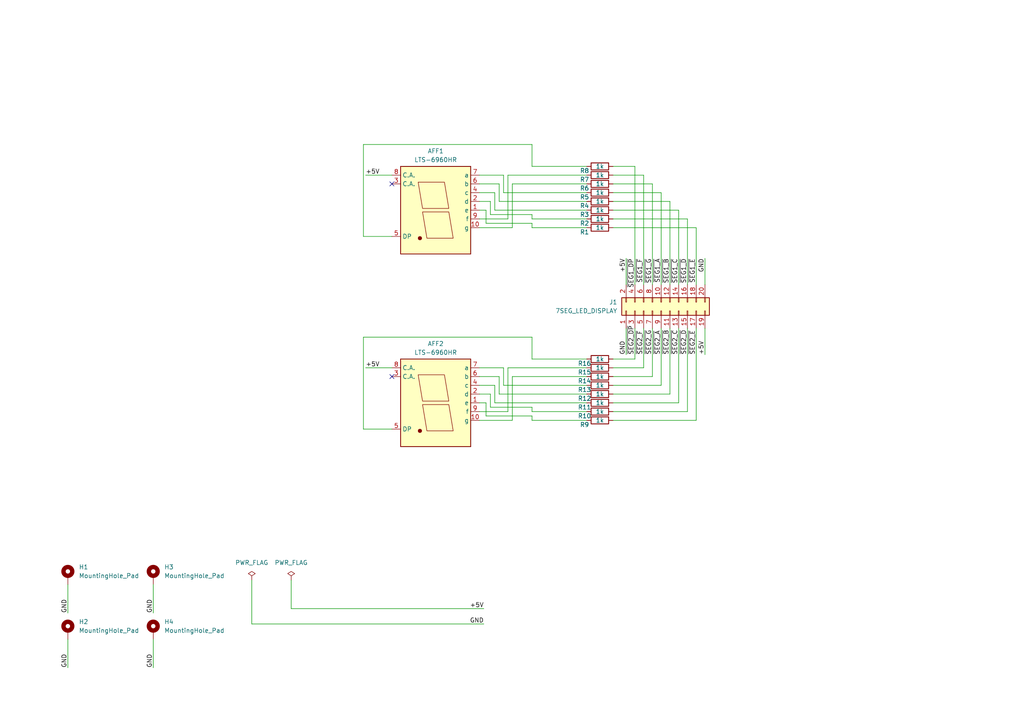
<source format=kicad_sch>
(kicad_sch (version 20230121) (generator eeschema)
  (paper "A4")
  (lib_symbols
    (symbol "Connector_Generic:Conn_02x10_Odd_Even" (pin_names (offset 1.016) hide)
      (property "Reference" "J" (at 1.27 12.7 0))
      (property "Value" "Conn_02x10_Odd_Even" (at 1.27 -15.24 0))
      (symbol "Conn_02x10_Odd_Even_1_1"
        (rectangle (start -1.27 -12.573) (end 0 -12.827) (stroke (width 0.1524)))
        (rectangle (start -1.27 -10.033) (end 0 -10.287) (stroke (width 0.1524)))
        (rectangle (start -1.27 -7.493) (end 0 -7.747) (stroke (width 0.1524)))
        (rectangle (start -1.27 -4.953) (end 0 -5.207) (stroke (width 0.1524)))
        (rectangle (start -1.27 -2.413) (end 0 -2.667) (stroke (width 0.1524)))
        (rectangle (start -1.27 0.127) (end 0 -0.127) (stroke (width 0.1524)))
        (rectangle (start -1.27 2.667) (end 0 2.413) (stroke (width 0.1524)))
        (rectangle (start -1.27 5.207) (end 0 4.953) (stroke (width 0.1524)))
        (rectangle (start -1.27 7.747) (end 0 7.493) (stroke (width 0.1524)))
        (rectangle (start -1.27 10.287) (end 0 10.033) (stroke (width 0.1524)))
        (rectangle (start -1.27 11.43) (end 3.81 -13.97) (stroke (width 0.254)) (fill (type background)))
        (rectangle (start 3.81 -12.573) (end 2.54 -12.827) (stroke (width 0.1524)))
        (rectangle (start 3.81 -10.033) (end 2.54 -10.287) (stroke (width 0.1524)))
        (rectangle (start 3.81 -7.493) (end 2.54 -7.747) (stroke (width 0.1524)))
        (rectangle (start 3.81 -4.953) (end 2.54 -5.207) (stroke (width 0.1524)))
        (rectangle (start 3.81 -2.413) (end 2.54 -2.667) (stroke (width 0.1524)))
        (rectangle (start 3.81 0.127) (end 2.54 -0.127) (stroke (width 0.1524)))
        (rectangle (start 3.81 2.667) (end 2.54 2.413) (stroke (width 0.1524)))
        (rectangle (start 3.81 5.207) (end 2.54 4.953) (stroke (width 0.1524)))
        (rectangle (start 3.81 7.747) (end 2.54 7.493) (stroke (width 0.1524)))
        (rectangle (start 3.81 10.287) (end 2.54 10.033) (stroke (width 0.1524)))
        (pin passive line (at -5.08 10.16 0) (length 3.81) (name "Pin_1") (number "1"))
        (pin passive line (at 7.62 0 180) (length 3.81) (name "Pin_10") (number "10"))
        (pin passive line (at -5.08 -2.54 0) (length 3.81) (name "Pin_11") (number "11"))
        (pin passive line (at 7.62 -2.54 180) (length 3.81) (name "Pin_12") (number "12"))
        (pin passive line (at -5.08 -5.08 0) (length 3.81) (name "Pin_13") (number "13"))
        (pin passive line (at 7.62 -5.08 180) (length 3.81) (name "Pin_14") (number "14"))
        (pin passive line (at -5.08 -7.62 0) (length 3.81) (name "Pin_15") (number "15"))
        (pin passive line (at 7.62 -7.62 180) (length 3.81) (name "Pin_16") (number "16"))
        (pin passive line (at -5.08 -10.16 0) (length 3.81) (name "Pin_17") (number "17"))
        (pin passive line (at 7.62 -10.16 180) (length 3.81) (name "Pin_18") (number "18"))
        (pin passive line (at -5.08 -12.7 0) (length 3.81) (name "Pin_19") (number "19"))
        (pin passive line (at 7.62 10.16 180) (length 3.81) (name "Pin_2") (number "2"))
        (pin passive line (at 7.62 -12.7 180) (length 3.81) (name "Pin_20") (number "20"))
        (pin passive line (at -5.08 7.62 0) (length 3.81) (name "Pin_3") (number "3"))
        (pin passive line (at 7.62 7.62 180) (length 3.81) (name "Pin_4") (number "4"))
        (pin passive line (at -5.08 5.08 0) (length 3.81) (name "Pin_5") (number "5"))
        (pin passive line (at 7.62 5.08 180) (length 3.81) (name "Pin_6") (number "6"))
        (pin passive line (at -5.08 2.54 0) (length 3.81) (name "Pin_7") (number "7"))
        (pin passive line (at 7.62 2.54 180) (length 3.81) (name "Pin_8") (number "8"))
        (pin passive line (at -5.08 0 0) (length 3.81) (name "Pin_9") (number "9"))
      )
    )
    (symbol "Device:R" (pin_numbers hide) (pin_names (offset 0))
      (property "Reference" "R" (at 2.032 0 90))
      (property "Value" "R" (at 0 0 90))
      (symbol "R_0_1"
        (rectangle (start -1.016 -2.54) (end 1.016 2.54) (stroke (width 0.254)))
      )
      (symbol "R_1_1"
        (pin passive line (at 0 3.81 270) (length 1.27) (name "~") (number "1"))
        (pin passive line (at 0 -3.81 90) (length 1.27) (name "~") (number "2"))
      )
    )
    (symbol "Display_Character:LTS-6960HR"
      (property "Reference" "AFF" (at -7.874 13.97 0))
      (property "Value" "LTS-6960HR" (at -2.032 13.97 0))
      (symbol "LTS-6960HR_0_1"
        (rectangle (start -10.16 12.7) (end 10.16 -12.7) (stroke (width 0.254)) (fill (type background)))
        (polyline (pts (xy -3.81 -0.508) (xy 3.81 -0.508) (xy 2.54 -8.128) (xy -5.08 -8.128) (xy -3.81 -0.508) (xy -3.81 -0.508)))
        (polyline (pts (xy -2.54 8.128) (xy 5.08 8.128) (xy 3.81 0.508) (xy -3.81 0.508) (xy -2.54 8.128) (xy -2.54 8.128)))
        (circle (center 4.572 -8.128) (radius 0.508) (fill (type outline)))
      )
      (symbol "LTS-6960HR_1_1"
        (pin passive line (at -12.7 0 0) (length 2.54) (name "e") (number "1"))
        (pin passive line (at -12.7 -5.08 0) (length 2.54) (name "g") (number "10"))
        (pin passive line (at -12.7 2.54 0) (length 2.54) (name "d") (number "2"))
        (pin passive line (at 12.7 7.62 180) (length 2.54) (name "C.A.") (number "3"))
        (pin passive line (at -12.7 5.08 0) (length 2.54) (name "c") (number "4"))
        (pin passive line (at 12.7 -7.62 180) (length 2.54) (name "DP") (number "5"))
        (pin passive line (at -12.7 7.62 0) (length 2.54) (name "b") (number "6"))
        (pin passive line (at -12.7 10.16 0) (length 2.54) (name "a") (number "7"))
        (pin passive line (at 12.7 10.16 180) (length 2.54) (name "C.A.") (number "8"))
        (pin passive line (at -12.7 -2.54 0) (length 2.54) (name "f") (number "9"))
      )
    )
    (symbol "Mechanical:MountingHole_Pad" (pin_numbers hide) (pin_names (offset 1.016) hide)
      (property "Reference" "H" (at 0 6.35 0))
      (property "Value" "MountingHole_Pad" (at 0 4.445 0))
      (symbol "MountingHole_Pad_0_1"
        (circle (center 0 1.27) (radius 1.27) (stroke (width 1.27)))
      )
      (symbol "MountingHole_Pad_1_1"
        (pin input line (at 0 -2.54 90) (length 2.54) (name "1") (number "1"))
      )
    )
    (symbol "power:PWR_FLAG" (power) (pin_numbers hide) (pin_names (offset 0) hide)
      (property "Value" "PWR_FLAG" (at 0 3.81 0))
      (symbol "PWR_FLAG_0_0"
        (pin power_out line (at 0 0 90) (length 0) (name "pwr") (number "1"))
      )
      (symbol "PWR_FLAG_0_1"
        (polyline (pts (xy 0 0) (xy 0 1.27) (xy -1.016 1.905) (xy 0 2.54) (xy 1.016 1.905) (xy 0 1.27)))
      )
    )
  )
  (no_connect (at 113.665 53.34))
  (no_connect (at 113.665 109.22))
  (wire (pts (xy 84.455 168.275) (xy 84.455 176.53)))
  (wire (pts (xy 144.78 58.42) (xy 170.18 58.42)))
  (wire (pts (xy 177.8 121.92) (xy 201.93 121.92)))
  (wire (pts (xy 147.32 50.8) (xy 170.18 50.8)))
  (wire (pts (xy 177.8 55.88) (xy 191.77 55.88)))
  (wire (pts (xy 177.8 60.96) (xy 196.85 60.96)))
  (wire (pts (xy 181.61 74.93) (xy 181.61 82.55)))
  (wire (pts (xy 194.31 82.55) (xy 194.31 58.42)))
  (wire (pts (xy 84.455 176.53) (xy 140.335 176.53)))
  (wire (pts (xy 146.05 106.68) (xy 139.065 106.68)))
  (wire (pts (xy 177.8 111.76) (xy 191.77 111.76)))
  (wire (pts (xy 146.05 55.88) (xy 146.05 50.8)))
  (wire (pts (xy 154.305 119.38) (xy 154.305 118.11)))
  (wire (pts (xy 106.045 50.8) (xy 113.665 50.8)))
  (wire (pts (xy 184.15 95.25) (xy 184.15 104.14)))
  (wire (pts (xy 146.05 50.8) (xy 139.065 50.8)))
  (wire (pts (xy 196.85 60.96) (xy 196.85 82.55)))
  (wire (pts (xy 143.51 116.84) (xy 143.51 111.76)))
  (wire (pts (xy 186.69 95.25) (xy 186.69 106.68)))
  (wire (pts (xy 177.8 116.84) (xy 196.85 116.84)))
  (wire (pts (xy 177.8 114.3) (xy 194.31 114.3)))
  (wire (pts (xy 73.025 180.975) (xy 140.335 180.975)))
  (wire (pts (xy 19.685 169.545) (xy 19.685 177.8)))
  (wire (pts (xy 154.305 104.14) (xy 170.18 104.14)))
  (wire (pts (xy 154.305 41.91) (xy 105.41 41.91)))
  (wire (pts (xy 177.8 66.04) (xy 201.93 66.04)))
  (wire (pts (xy 189.23 95.25) (xy 189.23 109.22)))
  (wire (pts (xy 144.78 58.42) (xy 144.78 53.34)))
  (wire (pts (xy 44.45 185.42) (xy 44.45 193.675)))
  (wire (pts (xy 154.305 48.26) (xy 154.305 41.91)))
  (wire (pts (xy 144.78 109.22) (xy 139.065 109.22)))
  (wire (pts (xy 148.59 121.92) (xy 139.065 121.92)))
  (wire (pts (xy 147.32 50.8) (xy 147.32 63.5)))
  (wire (pts (xy 177.8 50.8) (xy 186.69 50.8)))
  (wire (pts (xy 154.305 121.92) (xy 154.305 120.65)))
  (wire (pts (xy 154.305 63.5) (xy 154.305 62.23)))
  (wire (pts (xy 139.065 60.96) (xy 140.97 60.96)))
  (wire (pts (xy 143.51 111.76) (xy 139.065 111.76)))
  (wire (pts (xy 186.69 82.55) (xy 186.69 50.8)))
  (wire (pts (xy 140.97 116.84) (xy 140.97 120.65)))
  (wire (pts (xy 143.51 60.96) (xy 170.18 60.96)))
  (wire (pts (xy 105.41 124.46) (xy 105.41 97.79)))
  (wire (pts (xy 44.45 169.545) (xy 44.45 177.8)))
  (wire (pts (xy 154.305 48.26) (xy 170.18 48.26)))
  (wire (pts (xy 139.065 116.84) (xy 140.97 116.84)))
  (wire (pts (xy 147.32 119.38) (xy 139.065 119.38)))
  (wire (pts (xy 144.78 114.3) (xy 170.18 114.3)))
  (wire (pts (xy 177.8 53.34) (xy 189.23 53.34)))
  (wire (pts (xy 146.05 111.76) (xy 146.05 106.68)))
  (wire (pts (xy 142.24 58.42) (xy 139.065 58.42)))
  (wire (pts (xy 148.59 121.92) (xy 148.59 109.22)))
  (wire (pts (xy 154.305 62.23) (xy 142.24 62.23)))
  (wire (pts (xy 194.31 95.25) (xy 194.31 114.3)))
  (wire (pts (xy 177.8 106.68) (xy 186.69 106.68)))
  (wire (pts (xy 147.32 106.68) (xy 170.18 106.68)))
  (wire (pts (xy 181.61 102.87) (xy 181.61 95.25)))
  (wire (pts (xy 154.305 118.11) (xy 142.24 118.11)))
  (wire (pts (xy 148.59 53.34) (xy 148.59 66.04)))
  (wire (pts (xy 191.77 95.25) (xy 191.77 111.76)))
  (wire (pts (xy 106.045 106.68) (xy 113.665 106.68)))
  (wire (pts (xy 177.8 48.26) (xy 184.15 48.26)))
  (wire (pts (xy 148.59 109.22) (xy 170.18 109.22)))
  (wire (pts (xy 184.15 48.26) (xy 184.15 82.55)))
  (wire (pts (xy 105.41 97.79) (xy 154.305 97.79)))
  (wire (pts (xy 196.85 95.25) (xy 196.85 116.84)))
  (wire (pts (xy 143.51 116.84) (xy 170.18 116.84)))
  (wire (pts (xy 73.025 168.275) (xy 73.025 180.975)))
  (wire (pts (xy 199.39 63.5) (xy 199.39 82.55)))
  (wire (pts (xy 154.305 66.04) (xy 170.18 66.04)))
  (wire (pts (xy 201.93 66.04) (xy 201.93 82.55)))
  (wire (pts (xy 143.51 55.88) (xy 139.065 55.88)))
  (wire (pts (xy 177.8 63.5) (xy 199.39 63.5)))
  (wire (pts (xy 177.8 58.42) (xy 194.31 58.42)))
  (wire (pts (xy 201.93 95.25) (xy 201.93 121.92)))
  (wire (pts (xy 204.47 74.93) (xy 204.47 82.55)))
  (wire (pts (xy 105.41 41.91) (xy 105.41 68.58)))
  (wire (pts (xy 142.24 62.23) (xy 142.24 58.42)))
  (wire (pts (xy 148.59 66.04) (xy 139.065 66.04)))
  (wire (pts (xy 154.305 121.92) (xy 170.18 121.92)))
  (wire (pts (xy 140.97 64.77) (xy 140.97 60.96)))
  (wire (pts (xy 154.305 120.65) (xy 140.97 120.65)))
  (wire (pts (xy 146.05 55.88) (xy 170.18 55.88)))
  (wire (pts (xy 191.77 82.55) (xy 191.77 55.88)))
  (wire (pts (xy 143.51 60.96) (xy 143.51 55.88)))
  (wire (pts (xy 142.24 114.3) (xy 139.065 114.3)))
  (wire (pts (xy 177.8 109.22) (xy 189.23 109.22)))
  (wire (pts (xy 147.32 63.5) (xy 139.065 63.5)))
  (wire (pts (xy 19.685 185.42) (xy 19.685 193.675)))
  (wire (pts (xy 177.8 119.38) (xy 199.39 119.38)))
  (wire (pts (xy 144.78 53.34) (xy 139.065 53.34)))
  (wire (pts (xy 142.24 118.11) (xy 142.24 114.3)))
  (wire (pts (xy 113.665 68.58) (xy 105.41 68.58)))
  (wire (pts (xy 154.305 66.04) (xy 154.305 64.77)))
  (wire (pts (xy 148.59 53.34) (xy 170.18 53.34)))
  (wire (pts (xy 144.78 114.3) (xy 144.78 109.22)))
  (wire (pts (xy 154.305 63.5) (xy 170.18 63.5)))
  (wire (pts (xy 147.32 119.38) (xy 147.32 106.68)))
  (wire (pts (xy 154.305 64.77) (xy 140.97 64.77)))
  (wire (pts (xy 177.8 104.14) (xy 184.15 104.14)))
  (wire (pts (xy 204.47 102.87) (xy 204.47 95.25)))
  (wire (pts (xy 113.665 124.46) (xy 105.41 124.46)))
  (wire (pts (xy 154.305 104.14) (xy 154.305 97.79)))
  (wire (pts (xy 154.305 119.38) (xy 170.18 119.38)))
  (wire (pts (xy 146.05 111.76) (xy 170.18 111.76)))
  (wire (pts (xy 189.23 82.55) (xy 189.23 53.34)))
  (wire (pts (xy 199.39 95.25) (xy 199.39 119.38)))
  (label "GND" (at 44.45 193.675 90))
  (label "~{SEG2_G}" (at 189.23 102.87 90))
  (label "+5V" (at 106.045 106.68 0))
  (label "+5V" (at 204.47 102.87 90))
  (label "GND" (at 204.47 74.93 270))
  (label "~{SEG1_A}" (at 191.77 74.93 270))
  (label "~{SEG2_F}" (at 186.69 102.87 90))
  (label "GND" (at 19.685 177.8 90))
  (label "~{SEG1_G}" (at 189.23 74.93 270))
  (label "GND" (at 44.45 177.8 90))
  (label "+5V" (at 106.045 50.8 0))
  (label "GND" (at 181.61 102.87 90))
  (label "~{SEG1_B}" (at 194.31 74.93 270))
  (label "~{SEG2_DP}" (at 184.15 102.87 90))
  (label "~{SEG1_DP}" (at 184.15 74.93 270))
  (label "~{SEG1_E}" (at 201.93 74.93 270))
  (label "GND" (at 19.685 193.675 90))
  (label "~{SEG2_A}" (at 191.77 102.87 90))
  (label "+5V" (at 181.61 74.93 270))
  (label "~{SEG1_F}" (at 186.69 74.93 270))
  (label "~{SEG2_E}" (at 201.93 102.87 90))
  (label "GND" (at 140.335 180.975 180))
  (label "~{SEG1_C}" (at 196.85 74.93 270))
  (label "+5V" (at 140.335 176.53 180))
  (label "~{SEG2_B}" (at 194.31 102.87 90))
  (label "~{SEG2_C}" (at 196.85 102.87 90))
  (label "~{SEG2_D}" (at 199.39 102.87 90))
  (label "~{SEG1_D}" (at 199.39 74.93 270))
  (symbol (lib_id "Device:R") (at 173.99 48.26 270) (unit 1)
    (property "Reference" "R8" (at 169.545 49.53 90))
    (property "Value" "1k" (at 173.99 48.26 90))
    (property "Footprint" "Resistor_THT:R_Axial_DIN0204_L3.6mm_D1.6mm_P7.62mm_Horizontal" (effects hide))
  )
  (symbol (lib_id "Device:R") (at 173.99 109.22 270) (unit 1)
    (property "Reference" "R14" (at 169.545 110.49 90))
    (property "Value" "1k" (at 173.99 109.22 90))
    (property "Footprint" "Resistor_THT:R_Axial_DIN0204_L3.6mm_D1.6mm_P7.62mm_Horizontal" (effects hide))
  )
  (symbol (lib_id "Device:R") (at 173.99 111.76 270) (unit 1)
    (property "Reference" "R13" (at 169.545 113.03 90))
    (property "Value" "1k" (at 173.99 111.76 90))
    (property "Footprint" "Resistor_THT:R_Axial_DIN0204_L3.6mm_D1.6mm_P7.62mm_Horizontal" (effects hide))
  )
  (symbol (lib_id "Device:R") (at 173.99 66.04 270) (unit 1)
    (property "Reference" "R1" (at 169.545 67.31 90))
    (property "Value" "1k" (at 173.99 66.04 90))
    (property "Footprint" "Resistor_THT:R_Axial_DIN0204_L3.6mm_D1.6mm_P7.62mm_Horizontal" (effects hide))
  )
  (symbol (lib_id "Device:R") (at 173.99 119.38 270) (unit 1)
    (property "Reference" "R10" (at 169.545 120.65 90))
    (property "Value" "1k" (at 173.99 119.38 90))
    (property "Footprint" "Resistor_THT:R_Axial_DIN0204_L3.6mm_D1.6mm_P7.62mm_Horizontal" (effects hide))
  )
  (symbol (lib_id "Connector_Generic:Conn_02x10_Odd_Even") (at 191.77 90.17 90) (unit 1)
    (property "Reference" "J1" (at 179.07 87.63 90) (effects (justify left)))
    (property "Value" "7SEG_LED_DISPLAY" (at 179.07 90.17 90) (effects (justify left)))
    (property "Footprint" "Connector_PinSocket_2.54mm:PinSocket_2x10_P2.54mm_Vertical" (effects hide))
  )
  (symbol (lib_id "Device:R") (at 173.99 114.3 270) (unit 1)
    (property "Reference" "R12" (at 169.545 115.57 90))
    (property "Value" "1k" (at 173.99 114.3 90))
    (property "Footprint" "Resistor_THT:R_Axial_DIN0204_L3.6mm_D1.6mm_P7.62mm_Horizontal" (effects hide))
  )
  (symbol (lib_id "Device:R") (at 173.99 50.8 270) (unit 1)
    (property "Reference" "R7" (at 169.545 52.07 90))
    (property "Value" "1k" (at 173.99 50.8 90))
    (property "Footprint" "Resistor_THT:R_Axial_DIN0204_L3.6mm_D1.6mm_P7.62mm_Horizontal" (effects hide))
  )
  (symbol (lib_id "Device:R") (at 173.99 58.42 270) (unit 1)
    (property "Reference" "R4" (at 169.545 59.69 90))
    (property "Value" "1k" (at 173.99 58.42 90))
    (property "Footprint" "Resistor_THT:R_Axial_DIN0204_L3.6mm_D1.6mm_P7.62mm_Horizontal" (effects hide))
  )
  (symbol (lib_id "Mechanical:MountingHole_Pad") (at 19.685 182.88 0) (unit 1)
    (property "Reference" "H2" (at 22.86 180.3399 0) (effects (justify left)))
    (property "Value" "MountingHole_Pad" (at 22.86 182.8799 0) (effects (justify left)))
    (property "Footprint" "MountingHole:MountingHole_3.2mm_M3_ISO7380_Pad" (effects hide))
  )
  (symbol (lib_id "Device:R") (at 173.99 106.68 270) (unit 1)
    (property "Reference" "R15" (at 169.545 107.95 90))
    (property "Value" "1k" (at 173.99 106.68 90))
    (property "Footprint" "Resistor_THT:R_Axial_DIN0204_L3.6mm_D1.6mm_P7.62mm_Horizontal" (effects hide))
  )
  (symbol (lib_id "Display_Character:LTS-6960HR") (at 126.365 116.84 0) (mirror y) (unit 1)
    (property "Reference" "AFF2" (at 126.365 99.695 0))
    (property "Value" "LTS-6960HR" (at 126.365 102.235 0))
    (property "Footprint" "Display_7Segment:7SegmentLED_LTS6760_LTS6780" (effects hide))
    (property "Datasheet" "https://datasheet.octopart.com/LTS-6960HR-Lite-On-datasheet-11803242.pdf" (effects hide))
  )
  (symbol (lib_id "Device:R") (at 173.99 121.92 270) (unit 1)
    (property "Reference" "R9" (at 169.545 123.19 90))
    (property "Value" "1k" (at 173.99 121.92 90))
    (property "Footprint" "Resistor_THT:R_Axial_DIN0204_L3.6mm_D1.6mm_P7.62mm_Horizontal" (effects hide))
  )
  (symbol (lib_id "Mechanical:MountingHole_Pad") (at 44.45 182.88 0) (unit 1)
    (property "Reference" "H4" (at 47.625 180.3399 0) (effects (justify left)))
    (property "Value" "MountingHole_Pad" (at 47.625 182.8799 0) (effects (justify left)))
    (property "Footprint" "MountingHole:MountingHole_3.2mm_M3_ISO7380_Pad" (effects hide))
  )
  (symbol (lib_id "Device:R") (at 173.99 116.84 270) (unit 1)
    (property "Reference" "R11" (at 169.545 118.11 90))
    (property "Value" "1k" (at 173.99 116.84 90))
    (property "Footprint" "Resistor_THT:R_Axial_DIN0204_L3.6mm_D1.6mm_P7.62mm_Horizontal" (effects hide))
  )
  (symbol (lib_id "Mechanical:MountingHole_Pad") (at 44.45 167.005 0) (unit 1)
    (property "Reference" "H3" (at 47.625 164.4649 0) (effects (justify left)))
    (property "Value" "MountingHole_Pad" (at 47.625 167.0049 0) (effects (justify left)))
    (property "Footprint" "MountingHole:MountingHole_3.2mm_M3_ISO7380_Pad" (effects hide))
  )
  (symbol (lib_id "Device:R") (at 173.99 63.5 270) (unit 1)
    (property "Reference" "R2" (at 169.545 64.77 90))
    (property "Value" "1k" (at 173.99 63.5 90))
    (property "Footprint" "Resistor_THT:R_Axial_DIN0204_L3.6mm_D1.6mm_P7.62mm_Horizontal" (effects hide))
  )
  (symbol (lib_id "Device:R") (at 173.99 53.34 270) (unit 1)
    (property "Reference" "R6" (at 169.545 54.61 90))
    (property "Value" "1k" (at 173.99 53.34 90))
    (property "Footprint" "Resistor_THT:R_Axial_DIN0204_L3.6mm_D1.6mm_P7.62mm_Horizontal" (effects hide))
  )
  (symbol (lib_id "Device:R") (at 173.99 55.88 270) (unit 1)
    (property "Reference" "R5" (at 169.545 57.15 90))
    (property "Value" "1k" (at 173.99 55.88 90))
    (property "Footprint" "Resistor_THT:R_Axial_DIN0204_L3.6mm_D1.6mm_P7.62mm_Horizontal" (effects hide))
  )
  (symbol (lib_id "Display_Character:LTS-6960HR") (at 126.365 60.96 0) (mirror y) (unit 1)
    (property "Reference" "AFF1" (at 126.365 43.815 0))
    (property "Value" "LTS-6960HR" (at 126.365 46.355 0))
    (property "Footprint" "Display_7Segment:7SegmentLED_LTS6760_LTS6780" (effects hide))
    (property "Datasheet" "https://datasheet.octopart.com/LTS-6960HR-Lite-On-datasheet-11803242.pdf" (effects hide))
  )
  (symbol (lib_id "Mechanical:MountingHole_Pad") (at 19.685 167.005 0) (unit 1)
    (property "Reference" "H1" (at 22.86 164.4649 0) (effects (justify left)))
    (property "Value" "MountingHole_Pad" (at 22.86 167.0049 0) (effects (justify left)))
    (property "Footprint" "MountingHole:MountingHole_3.2mm_M3_ISO7380_Pad" (effects hide))
  )
  (symbol (lib_id "power:PWR_FLAG") (at 73.025 168.275 0) (unit 1)
    (property "Reference" "#FLG01" (effects hide))
    (property "Value" "PWR_FLAG" (at 73.025 163.195 0))
  )
  (symbol (lib_id "Device:R") (at 173.99 104.14 270) (unit 1)
    (property "Reference" "R16" (at 169.545 105.41 90))
    (property "Value" "1k" (at 173.99 104.14 90))
    (property "Footprint" "Resistor_THT:R_Axial_DIN0204_L3.6mm_D1.6mm_P7.62mm_Horizontal" (effects hide))
  )
  (symbol (lib_id "power:PWR_FLAG") (at 84.455 168.275 0) (unit 1)
    (property "Reference" "#FLG02" (effects hide))
    (property "Value" "PWR_FLAG" (at 84.455 163.195 0))
  )
  (symbol (lib_id "Device:R") (at 173.99 60.96 270) (unit 1)
    (property "Reference" "R3" (at 169.545 62.23 90))
    (property "Value" "1k" (at 173.99 60.96 90))
    (property "Footprint" "Resistor_THT:R_Axial_DIN0204_L3.6mm_D1.6mm_P7.62mm_Horizontal" (effects hide))
  )
)
</source>
